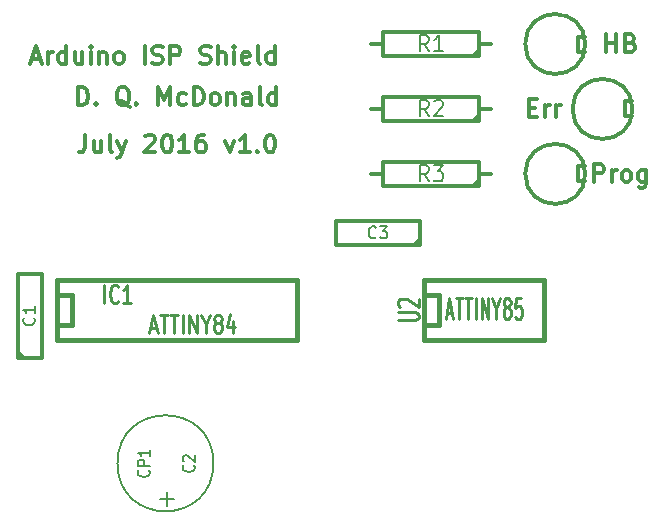
<source format=gto>
%FSLAX34Y34*%
G04 Gerber Fmt 3.4, Leading zero omitted, Abs format*
G04 (created by PCBNEW (2014-02-26 BZR 4721)-product) date Wednesday, 06 July 2016 19:45:04*
%MOIN*%
G01*
G70*
G90*
G04 APERTURE LIST*
%ADD10C,0.005906*%
%ADD11C,0.011811*%
%ADD12C,0.012000*%
%ADD13C,0.008000*%
%ADD14C,0.015000*%
%ADD15C,0.011250*%
%ADD16C,0.010000*%
G04 APERTURE END LIST*
G54D10*
G54D11*
X32170Y-32944D02*
X32170Y-33366D01*
X32142Y-33450D01*
X32086Y-33506D01*
X32002Y-33534D01*
X31946Y-33534D01*
X32705Y-33141D02*
X32705Y-33534D01*
X32452Y-33141D02*
X32452Y-33450D01*
X32480Y-33506D01*
X32536Y-33534D01*
X32620Y-33534D01*
X32677Y-33506D01*
X32705Y-33478D01*
X33070Y-33534D02*
X33014Y-33506D01*
X32986Y-33450D01*
X32986Y-32944D01*
X33239Y-33141D02*
X33380Y-33534D01*
X33520Y-33141D02*
X33380Y-33534D01*
X33323Y-33675D01*
X33295Y-33703D01*
X33239Y-33731D01*
X34167Y-33000D02*
X34195Y-32972D01*
X34251Y-32944D01*
X34392Y-32944D01*
X34448Y-32972D01*
X34476Y-33000D01*
X34505Y-33056D01*
X34505Y-33113D01*
X34476Y-33197D01*
X34139Y-33534D01*
X34505Y-33534D01*
X34870Y-32944D02*
X34926Y-32944D01*
X34983Y-32972D01*
X35011Y-33000D01*
X35039Y-33056D01*
X35067Y-33169D01*
X35067Y-33309D01*
X35039Y-33422D01*
X35011Y-33478D01*
X34983Y-33506D01*
X34926Y-33534D01*
X34870Y-33534D01*
X34814Y-33506D01*
X34786Y-33478D01*
X34758Y-33422D01*
X34730Y-33309D01*
X34730Y-33169D01*
X34758Y-33056D01*
X34786Y-33000D01*
X34814Y-32972D01*
X34870Y-32944D01*
X35629Y-33534D02*
X35292Y-33534D01*
X35461Y-33534D02*
X35461Y-32944D01*
X35404Y-33028D01*
X35348Y-33084D01*
X35292Y-33113D01*
X36136Y-32944D02*
X36023Y-32944D01*
X35967Y-32972D01*
X35939Y-33000D01*
X35883Y-33084D01*
X35854Y-33197D01*
X35854Y-33422D01*
X35883Y-33478D01*
X35911Y-33506D01*
X35967Y-33534D01*
X36079Y-33534D01*
X36136Y-33506D01*
X36164Y-33478D01*
X36192Y-33422D01*
X36192Y-33281D01*
X36164Y-33225D01*
X36136Y-33197D01*
X36079Y-33169D01*
X35967Y-33169D01*
X35911Y-33197D01*
X35883Y-33225D01*
X35854Y-33281D01*
X36839Y-33141D02*
X36979Y-33534D01*
X37120Y-33141D01*
X37654Y-33534D02*
X37317Y-33534D01*
X37485Y-33534D02*
X37485Y-32944D01*
X37429Y-33028D01*
X37373Y-33084D01*
X37317Y-33113D01*
X37907Y-33478D02*
X37935Y-33506D01*
X37907Y-33534D01*
X37879Y-33506D01*
X37907Y-33478D01*
X37907Y-33534D01*
X38301Y-32944D02*
X38357Y-32944D01*
X38413Y-32972D01*
X38442Y-33000D01*
X38470Y-33056D01*
X38498Y-33169D01*
X38498Y-33309D01*
X38470Y-33422D01*
X38442Y-33478D01*
X38413Y-33506D01*
X38357Y-33534D01*
X38301Y-33534D01*
X38245Y-33506D01*
X38217Y-33478D01*
X38188Y-33422D01*
X38160Y-33309D01*
X38160Y-33169D01*
X38188Y-33056D01*
X38217Y-33000D01*
X38245Y-32972D01*
X38301Y-32944D01*
X31931Y-31960D02*
X31931Y-31369D01*
X32072Y-31369D01*
X32156Y-31397D01*
X32213Y-31453D01*
X32241Y-31510D01*
X32269Y-31622D01*
X32269Y-31706D01*
X32241Y-31819D01*
X32213Y-31875D01*
X32156Y-31931D01*
X32072Y-31960D01*
X31931Y-31960D01*
X32522Y-31903D02*
X32550Y-31931D01*
X32522Y-31960D01*
X32494Y-31931D01*
X32522Y-31903D01*
X32522Y-31960D01*
X33647Y-32016D02*
X33591Y-31988D01*
X33534Y-31931D01*
X33450Y-31847D01*
X33394Y-31819D01*
X33338Y-31819D01*
X33366Y-31960D02*
X33309Y-31931D01*
X33253Y-31875D01*
X33225Y-31763D01*
X33225Y-31566D01*
X33253Y-31453D01*
X33309Y-31397D01*
X33366Y-31369D01*
X33478Y-31369D01*
X33534Y-31397D01*
X33591Y-31453D01*
X33619Y-31566D01*
X33619Y-31763D01*
X33591Y-31875D01*
X33534Y-31931D01*
X33478Y-31960D01*
X33366Y-31960D01*
X33872Y-31903D02*
X33900Y-31931D01*
X33872Y-31960D01*
X33844Y-31931D01*
X33872Y-31903D01*
X33872Y-31960D01*
X34603Y-31960D02*
X34603Y-31369D01*
X34800Y-31791D01*
X34997Y-31369D01*
X34997Y-31960D01*
X35531Y-31931D02*
X35475Y-31960D01*
X35362Y-31960D01*
X35306Y-31931D01*
X35278Y-31903D01*
X35250Y-31847D01*
X35250Y-31678D01*
X35278Y-31622D01*
X35306Y-31594D01*
X35362Y-31566D01*
X35475Y-31566D01*
X35531Y-31594D01*
X35784Y-31960D02*
X35784Y-31369D01*
X35925Y-31369D01*
X36009Y-31397D01*
X36065Y-31453D01*
X36093Y-31510D01*
X36122Y-31622D01*
X36122Y-31706D01*
X36093Y-31819D01*
X36065Y-31875D01*
X36009Y-31931D01*
X35925Y-31960D01*
X35784Y-31960D01*
X36459Y-31960D02*
X36403Y-31931D01*
X36375Y-31903D01*
X36347Y-31847D01*
X36347Y-31678D01*
X36375Y-31622D01*
X36403Y-31594D01*
X36459Y-31566D01*
X36543Y-31566D01*
X36600Y-31594D01*
X36628Y-31622D01*
X36656Y-31678D01*
X36656Y-31847D01*
X36628Y-31903D01*
X36600Y-31931D01*
X36543Y-31960D01*
X36459Y-31960D01*
X36909Y-31566D02*
X36909Y-31960D01*
X36909Y-31622D02*
X36937Y-31594D01*
X36993Y-31566D01*
X37078Y-31566D01*
X37134Y-31594D01*
X37162Y-31650D01*
X37162Y-31960D01*
X37696Y-31960D02*
X37696Y-31650D01*
X37668Y-31594D01*
X37612Y-31566D01*
X37500Y-31566D01*
X37443Y-31594D01*
X37696Y-31931D02*
X37640Y-31960D01*
X37500Y-31960D01*
X37443Y-31931D01*
X37415Y-31875D01*
X37415Y-31819D01*
X37443Y-31763D01*
X37500Y-31735D01*
X37640Y-31735D01*
X37696Y-31706D01*
X38062Y-31960D02*
X38006Y-31931D01*
X37978Y-31875D01*
X37978Y-31369D01*
X38540Y-31960D02*
X38540Y-31369D01*
X38540Y-31931D02*
X38484Y-31960D01*
X38371Y-31960D01*
X38315Y-31931D01*
X38287Y-31903D01*
X38259Y-31847D01*
X38259Y-31678D01*
X38287Y-31622D01*
X38315Y-31594D01*
X38371Y-31566D01*
X38484Y-31566D01*
X38540Y-31594D01*
X30385Y-30413D02*
X30666Y-30413D01*
X30329Y-30582D02*
X30525Y-29991D01*
X30722Y-30582D01*
X30919Y-30582D02*
X30919Y-30188D01*
X30919Y-30300D02*
X30947Y-30244D01*
X30975Y-30216D01*
X31032Y-30188D01*
X31088Y-30188D01*
X31538Y-30582D02*
X31538Y-29991D01*
X31538Y-30553D02*
X31482Y-30582D01*
X31369Y-30582D01*
X31313Y-30553D01*
X31285Y-30525D01*
X31257Y-30469D01*
X31257Y-30300D01*
X31285Y-30244D01*
X31313Y-30216D01*
X31369Y-30188D01*
X31482Y-30188D01*
X31538Y-30216D01*
X32072Y-30188D02*
X32072Y-30582D01*
X31819Y-30188D02*
X31819Y-30497D01*
X31847Y-30553D01*
X31903Y-30582D01*
X31988Y-30582D01*
X32044Y-30553D01*
X32072Y-30525D01*
X32353Y-30582D02*
X32353Y-30188D01*
X32353Y-29991D02*
X32325Y-30019D01*
X32353Y-30047D01*
X32381Y-30019D01*
X32353Y-29991D01*
X32353Y-30047D01*
X32634Y-30188D02*
X32634Y-30582D01*
X32634Y-30244D02*
X32663Y-30216D01*
X32719Y-30188D01*
X32803Y-30188D01*
X32859Y-30216D01*
X32888Y-30272D01*
X32888Y-30582D01*
X33253Y-30582D02*
X33197Y-30553D01*
X33169Y-30525D01*
X33141Y-30469D01*
X33141Y-30300D01*
X33169Y-30244D01*
X33197Y-30216D01*
X33253Y-30188D01*
X33338Y-30188D01*
X33394Y-30216D01*
X33422Y-30244D01*
X33450Y-30300D01*
X33450Y-30469D01*
X33422Y-30525D01*
X33394Y-30553D01*
X33338Y-30582D01*
X33253Y-30582D01*
X34153Y-30582D02*
X34153Y-29991D01*
X34406Y-30553D02*
X34491Y-30582D01*
X34631Y-30582D01*
X34687Y-30553D01*
X34715Y-30525D01*
X34744Y-30469D01*
X34744Y-30413D01*
X34715Y-30357D01*
X34687Y-30329D01*
X34631Y-30300D01*
X34519Y-30272D01*
X34462Y-30244D01*
X34434Y-30216D01*
X34406Y-30160D01*
X34406Y-30104D01*
X34434Y-30047D01*
X34462Y-30019D01*
X34519Y-29991D01*
X34659Y-29991D01*
X34744Y-30019D01*
X34997Y-30582D02*
X34997Y-29991D01*
X35222Y-29991D01*
X35278Y-30019D01*
X35306Y-30047D01*
X35334Y-30104D01*
X35334Y-30188D01*
X35306Y-30244D01*
X35278Y-30272D01*
X35222Y-30300D01*
X34997Y-30300D01*
X36009Y-30553D02*
X36093Y-30582D01*
X36234Y-30582D01*
X36290Y-30553D01*
X36318Y-30525D01*
X36347Y-30469D01*
X36347Y-30413D01*
X36318Y-30357D01*
X36290Y-30329D01*
X36234Y-30300D01*
X36122Y-30272D01*
X36065Y-30244D01*
X36037Y-30216D01*
X36009Y-30160D01*
X36009Y-30104D01*
X36037Y-30047D01*
X36065Y-30019D01*
X36122Y-29991D01*
X36262Y-29991D01*
X36347Y-30019D01*
X36600Y-30582D02*
X36600Y-29991D01*
X36853Y-30582D02*
X36853Y-30272D01*
X36825Y-30216D01*
X36768Y-30188D01*
X36684Y-30188D01*
X36628Y-30216D01*
X36600Y-30244D01*
X37134Y-30582D02*
X37134Y-30188D01*
X37134Y-29991D02*
X37106Y-30019D01*
X37134Y-30047D01*
X37162Y-30019D01*
X37134Y-29991D01*
X37134Y-30047D01*
X37640Y-30553D02*
X37584Y-30582D01*
X37471Y-30582D01*
X37415Y-30553D01*
X37387Y-30497D01*
X37387Y-30272D01*
X37415Y-30216D01*
X37471Y-30188D01*
X37584Y-30188D01*
X37640Y-30216D01*
X37668Y-30272D01*
X37668Y-30329D01*
X37387Y-30385D01*
X38006Y-30582D02*
X37949Y-30553D01*
X37921Y-30497D01*
X37921Y-29991D01*
X38484Y-30582D02*
X38484Y-29991D01*
X38484Y-30553D02*
X38428Y-30582D01*
X38315Y-30582D01*
X38259Y-30553D01*
X38231Y-30525D01*
X38203Y-30469D01*
X38203Y-30300D01*
X38231Y-30244D01*
X38259Y-30216D01*
X38315Y-30188D01*
X38428Y-30188D01*
X38484Y-30216D01*
X49128Y-34519D02*
X49128Y-33928D01*
X49353Y-33928D01*
X49409Y-33956D01*
X49437Y-33984D01*
X49465Y-34041D01*
X49465Y-34125D01*
X49437Y-34181D01*
X49409Y-34209D01*
X49353Y-34237D01*
X49128Y-34237D01*
X49718Y-34519D02*
X49718Y-34125D01*
X49718Y-34237D02*
X49746Y-34181D01*
X49775Y-34153D01*
X49831Y-34125D01*
X49887Y-34125D01*
X50168Y-34519D02*
X50112Y-34491D01*
X50084Y-34462D01*
X50056Y-34406D01*
X50056Y-34237D01*
X50084Y-34181D01*
X50112Y-34153D01*
X50168Y-34125D01*
X50253Y-34125D01*
X50309Y-34153D01*
X50337Y-34181D01*
X50365Y-34237D01*
X50365Y-34406D01*
X50337Y-34462D01*
X50309Y-34491D01*
X50253Y-34519D01*
X50168Y-34519D01*
X50871Y-34125D02*
X50871Y-34603D01*
X50843Y-34659D01*
X50815Y-34687D01*
X50759Y-34715D01*
X50674Y-34715D01*
X50618Y-34687D01*
X50871Y-34491D02*
X50815Y-34519D01*
X50703Y-34519D01*
X50646Y-34491D01*
X50618Y-34462D01*
X50590Y-34406D01*
X50590Y-34237D01*
X50618Y-34181D01*
X50646Y-34153D01*
X50703Y-34125D01*
X50815Y-34125D01*
X50871Y-34153D01*
X46948Y-32044D02*
X47145Y-32044D01*
X47230Y-32353D02*
X46948Y-32353D01*
X46948Y-31763D01*
X47230Y-31763D01*
X47483Y-32353D02*
X47483Y-31960D01*
X47483Y-32072D02*
X47511Y-32016D01*
X47539Y-31988D01*
X47595Y-31960D01*
X47651Y-31960D01*
X47848Y-32353D02*
X47848Y-31960D01*
X47848Y-32072D02*
X47876Y-32016D01*
X47904Y-31988D01*
X47961Y-31960D01*
X48017Y-31960D01*
X49535Y-30188D02*
X49535Y-29597D01*
X49535Y-29879D02*
X49873Y-29879D01*
X49873Y-30188D02*
X49873Y-29597D01*
X50351Y-29879D02*
X50435Y-29907D01*
X50464Y-29935D01*
X50492Y-29991D01*
X50492Y-30075D01*
X50464Y-30132D01*
X50435Y-30160D01*
X50379Y-30188D01*
X50154Y-30188D01*
X50154Y-29597D01*
X50351Y-29597D01*
X50407Y-29625D01*
X50435Y-29654D01*
X50464Y-29710D01*
X50464Y-29766D01*
X50435Y-29822D01*
X50407Y-29850D01*
X50351Y-29879D01*
X50154Y-29879D01*
G54D12*
X29914Y-40376D02*
X29914Y-37576D01*
X29914Y-37576D02*
X30714Y-37576D01*
X30714Y-37576D02*
X30714Y-40376D01*
X30714Y-40376D02*
X29914Y-40376D01*
X30114Y-40376D02*
X29914Y-40176D01*
G54D13*
X36442Y-43897D02*
G75*
G03X36442Y-43897I-1600J0D01*
G74*
G01*
G54D12*
X43329Y-36620D02*
X40529Y-36620D01*
X40529Y-36620D02*
X40529Y-35820D01*
X40529Y-35820D02*
X43329Y-35820D01*
X43329Y-35820D02*
X43329Y-36620D01*
X43329Y-36420D02*
X43129Y-36620D01*
X48834Y-29921D02*
G75*
G03X48834Y-29921I-1000J0D01*
G74*
G01*
X48834Y-29671D02*
X48584Y-29671D01*
X48584Y-29671D02*
X48584Y-30171D01*
X48584Y-30171D02*
X48834Y-30171D01*
X50409Y-32086D02*
G75*
G03X50409Y-32086I-1000J0D01*
G74*
G01*
X50409Y-31836D02*
X50159Y-31836D01*
X50159Y-31836D02*
X50159Y-32336D01*
X50159Y-32336D02*
X50409Y-32336D01*
X48834Y-34251D02*
G75*
G03X48834Y-34251I-1000J0D01*
G74*
G01*
X48834Y-34001D02*
X48584Y-34001D01*
X48584Y-34001D02*
X48584Y-34501D01*
X48584Y-34501D02*
X48834Y-34501D01*
G54D14*
X31236Y-37779D02*
X39236Y-37779D01*
X39236Y-39779D02*
X31236Y-39779D01*
X31236Y-39779D02*
X31236Y-37779D01*
X31236Y-38279D02*
X31736Y-38279D01*
X31736Y-38279D02*
X31736Y-39279D01*
X31736Y-39279D02*
X31236Y-39279D01*
X39236Y-37779D02*
X39236Y-39779D01*
G54D12*
X45700Y-29921D02*
X45300Y-29921D01*
X45300Y-29921D02*
X45300Y-30321D01*
X45300Y-30321D02*
X42100Y-30321D01*
X42100Y-30321D02*
X42100Y-29521D01*
X42100Y-29521D02*
X45300Y-29521D01*
X45300Y-29521D02*
X45300Y-29921D01*
X45300Y-30121D02*
X45100Y-30321D01*
X41700Y-29921D02*
X42100Y-29921D01*
X45700Y-32086D02*
X45300Y-32086D01*
X45300Y-32086D02*
X45300Y-32486D01*
X45300Y-32486D02*
X42100Y-32486D01*
X42100Y-32486D02*
X42100Y-31686D01*
X42100Y-31686D02*
X45300Y-31686D01*
X45300Y-31686D02*
X45300Y-32086D01*
X45300Y-32286D02*
X45100Y-32486D01*
X41700Y-32086D02*
X42100Y-32086D01*
X45700Y-34251D02*
X45300Y-34251D01*
X45300Y-34251D02*
X45300Y-34651D01*
X45300Y-34651D02*
X42100Y-34651D01*
X42100Y-34651D02*
X42100Y-33851D01*
X42100Y-33851D02*
X45300Y-33851D01*
X45300Y-33851D02*
X45300Y-34251D01*
X45300Y-34451D02*
X45100Y-34651D01*
X41700Y-34251D02*
X42100Y-34251D01*
G54D14*
X43472Y-38279D02*
X43972Y-38279D01*
X43972Y-38279D02*
X43972Y-39279D01*
X43972Y-39279D02*
X43472Y-39279D01*
X43472Y-37779D02*
X47472Y-37779D01*
X47472Y-37779D02*
X47472Y-39779D01*
X47472Y-39779D02*
X43472Y-39779D01*
X43472Y-39779D02*
X43472Y-37779D01*
G54D13*
X30457Y-39043D02*
X30476Y-39062D01*
X30495Y-39119D01*
X30495Y-39157D01*
X30476Y-39214D01*
X30438Y-39252D01*
X30400Y-39271D01*
X30324Y-39290D01*
X30267Y-39290D01*
X30191Y-39271D01*
X30153Y-39252D01*
X30114Y-39214D01*
X30095Y-39157D01*
X30095Y-39119D01*
X30114Y-39062D01*
X30134Y-39043D01*
X30495Y-38662D02*
X30495Y-38890D01*
X30495Y-38776D02*
X30095Y-38776D01*
X30153Y-38814D01*
X30191Y-38852D01*
X30210Y-38890D01*
X35785Y-43955D02*
X35804Y-43972D01*
X35823Y-44022D01*
X35823Y-44055D01*
X35804Y-44105D01*
X35766Y-44139D01*
X35728Y-44155D01*
X35652Y-44172D01*
X35594Y-44172D01*
X35518Y-44155D01*
X35480Y-44139D01*
X35442Y-44105D01*
X35423Y-44055D01*
X35423Y-44022D01*
X35442Y-43972D01*
X35461Y-43955D01*
X35461Y-43822D02*
X35442Y-43805D01*
X35423Y-43772D01*
X35423Y-43689D01*
X35442Y-43655D01*
X35461Y-43639D01*
X35499Y-43622D01*
X35537Y-43622D01*
X35594Y-43639D01*
X35823Y-43839D01*
X35823Y-43622D01*
X34286Y-44130D02*
X34305Y-44147D01*
X34324Y-44197D01*
X34324Y-44230D01*
X34305Y-44280D01*
X34267Y-44314D01*
X34229Y-44330D01*
X34153Y-44347D01*
X34095Y-44347D01*
X34019Y-44330D01*
X33981Y-44314D01*
X33943Y-44280D01*
X33924Y-44230D01*
X33924Y-44197D01*
X33943Y-44147D01*
X33962Y-44130D01*
X34324Y-43980D02*
X33924Y-43980D01*
X33924Y-43847D01*
X33943Y-43814D01*
X33962Y-43797D01*
X34000Y-43780D01*
X34057Y-43780D01*
X34095Y-43797D01*
X34114Y-43814D01*
X34133Y-43847D01*
X34133Y-43980D01*
X34324Y-43447D02*
X34324Y-43647D01*
X34324Y-43547D02*
X33924Y-43547D01*
X33981Y-43580D01*
X34019Y-43614D01*
X34038Y-43647D01*
X34885Y-45325D02*
X34885Y-44868D01*
X35113Y-45096D02*
X34656Y-45096D01*
X41862Y-36363D02*
X41843Y-36382D01*
X41786Y-36401D01*
X41748Y-36401D01*
X41691Y-36382D01*
X41652Y-36344D01*
X41633Y-36306D01*
X41614Y-36229D01*
X41614Y-36172D01*
X41633Y-36096D01*
X41652Y-36058D01*
X41691Y-36020D01*
X41748Y-36001D01*
X41786Y-36001D01*
X41843Y-36020D01*
X41862Y-36039D01*
X41995Y-36001D02*
X42243Y-36001D01*
X42110Y-36153D01*
X42167Y-36153D01*
X42205Y-36172D01*
X42224Y-36191D01*
X42243Y-36229D01*
X42243Y-36325D01*
X42224Y-36363D01*
X42205Y-36382D01*
X42167Y-36401D01*
X42052Y-36401D01*
X42014Y-36382D01*
X41995Y-36363D01*
G54D15*
X32796Y-38550D02*
X32796Y-37950D01*
X33268Y-38493D02*
X33246Y-38522D01*
X33182Y-38550D01*
X33139Y-38550D01*
X33075Y-38522D01*
X33032Y-38465D01*
X33011Y-38408D01*
X32989Y-38293D01*
X32989Y-38208D01*
X33011Y-38093D01*
X33032Y-38036D01*
X33075Y-37979D01*
X33139Y-37950D01*
X33182Y-37950D01*
X33246Y-37979D01*
X33268Y-38008D01*
X33696Y-38550D02*
X33439Y-38550D01*
X33568Y-38550D02*
X33568Y-37950D01*
X33525Y-38036D01*
X33482Y-38093D01*
X33439Y-38122D01*
G54D12*
G54D15*
X34321Y-39379D02*
X34536Y-39379D01*
X34279Y-39550D02*
X34429Y-38950D01*
X34579Y-39550D01*
X34664Y-38950D02*
X34921Y-38950D01*
X34793Y-39550D02*
X34793Y-38950D01*
X35007Y-38950D02*
X35264Y-38950D01*
X35136Y-39550D02*
X35136Y-38950D01*
X35414Y-39550D02*
X35414Y-38950D01*
X35629Y-39550D02*
X35629Y-38950D01*
X35886Y-39550D01*
X35886Y-38950D01*
X36186Y-39265D02*
X36186Y-39550D01*
X36036Y-38950D02*
X36186Y-39265D01*
X36336Y-38950D01*
X36550Y-39208D02*
X36507Y-39179D01*
X36486Y-39150D01*
X36464Y-39093D01*
X36464Y-39065D01*
X36486Y-39008D01*
X36507Y-38979D01*
X36550Y-38950D01*
X36636Y-38950D01*
X36679Y-38979D01*
X36700Y-39008D01*
X36721Y-39065D01*
X36721Y-39093D01*
X36700Y-39150D01*
X36679Y-39179D01*
X36636Y-39208D01*
X36550Y-39208D01*
X36507Y-39236D01*
X36486Y-39265D01*
X36464Y-39322D01*
X36464Y-39436D01*
X36486Y-39493D01*
X36507Y-39522D01*
X36550Y-39550D01*
X36636Y-39550D01*
X36679Y-39522D01*
X36700Y-39493D01*
X36721Y-39436D01*
X36721Y-39322D01*
X36700Y-39265D01*
X36679Y-39236D01*
X36636Y-39208D01*
X37107Y-39150D02*
X37107Y-39550D01*
X37000Y-38922D02*
X36893Y-39350D01*
X37171Y-39350D01*
G54D13*
X43617Y-30170D02*
X43450Y-29908D01*
X43331Y-30170D02*
X43331Y-29620D01*
X43522Y-29620D01*
X43569Y-29646D01*
X43593Y-29672D01*
X43617Y-29724D01*
X43617Y-29803D01*
X43593Y-29855D01*
X43569Y-29881D01*
X43522Y-29908D01*
X43331Y-29908D01*
X44093Y-30170D02*
X43807Y-30170D01*
X43950Y-30170D02*
X43950Y-29620D01*
X43903Y-29698D01*
X43855Y-29751D01*
X43807Y-29777D01*
X43617Y-32335D02*
X43450Y-32073D01*
X43331Y-32335D02*
X43331Y-31785D01*
X43522Y-31785D01*
X43569Y-31811D01*
X43593Y-31837D01*
X43617Y-31890D01*
X43617Y-31968D01*
X43593Y-32021D01*
X43569Y-32047D01*
X43522Y-32073D01*
X43331Y-32073D01*
X43807Y-31837D02*
X43831Y-31811D01*
X43879Y-31785D01*
X43998Y-31785D01*
X44046Y-31811D01*
X44069Y-31837D01*
X44093Y-31890D01*
X44093Y-31942D01*
X44069Y-32021D01*
X43784Y-32335D01*
X44093Y-32335D01*
X43617Y-34500D02*
X43450Y-34238D01*
X43331Y-34500D02*
X43331Y-33950D01*
X43522Y-33950D01*
X43569Y-33976D01*
X43593Y-34003D01*
X43617Y-34055D01*
X43617Y-34134D01*
X43593Y-34186D01*
X43569Y-34212D01*
X43522Y-34238D01*
X43331Y-34238D01*
X43784Y-33950D02*
X44093Y-33950D01*
X43926Y-34160D01*
X43998Y-34160D01*
X44046Y-34186D01*
X44069Y-34212D01*
X44093Y-34265D01*
X44093Y-34396D01*
X44069Y-34448D01*
X44046Y-34474D01*
X43998Y-34500D01*
X43855Y-34500D01*
X43807Y-34474D01*
X43784Y-34448D01*
G54D15*
X42589Y-39122D02*
X43155Y-39122D01*
X43222Y-39100D01*
X43255Y-39079D01*
X43289Y-39036D01*
X43289Y-38950D01*
X43255Y-38908D01*
X43222Y-38886D01*
X43155Y-38865D01*
X42589Y-38865D01*
X42655Y-38672D02*
X42622Y-38650D01*
X42589Y-38608D01*
X42589Y-38500D01*
X42622Y-38458D01*
X42655Y-38436D01*
X42722Y-38415D01*
X42789Y-38415D01*
X42889Y-38436D01*
X43289Y-38693D01*
X43289Y-38415D01*
G54D12*
G54D16*
X44215Y-38896D02*
X44405Y-38896D01*
X44177Y-39096D02*
X44310Y-38396D01*
X44443Y-39096D01*
X44520Y-38396D02*
X44748Y-38396D01*
X44634Y-39096D02*
X44634Y-38396D01*
X44824Y-38396D02*
X45053Y-38396D01*
X44939Y-39096D02*
X44939Y-38396D01*
X45186Y-39096D02*
X45186Y-38396D01*
X45377Y-39096D02*
X45377Y-38396D01*
X45605Y-39096D01*
X45605Y-38396D01*
X45872Y-38762D02*
X45872Y-39096D01*
X45739Y-38396D02*
X45872Y-38762D01*
X46005Y-38396D01*
X46196Y-38696D02*
X46158Y-38662D01*
X46139Y-38629D01*
X46120Y-38562D01*
X46120Y-38529D01*
X46139Y-38462D01*
X46158Y-38429D01*
X46196Y-38396D01*
X46272Y-38396D01*
X46310Y-38429D01*
X46329Y-38462D01*
X46348Y-38529D01*
X46348Y-38562D01*
X46329Y-38629D01*
X46310Y-38662D01*
X46272Y-38696D01*
X46196Y-38696D01*
X46158Y-38729D01*
X46139Y-38762D01*
X46120Y-38829D01*
X46120Y-38962D01*
X46139Y-39029D01*
X46158Y-39062D01*
X46196Y-39096D01*
X46272Y-39096D01*
X46310Y-39062D01*
X46329Y-39029D01*
X46348Y-38962D01*
X46348Y-38829D01*
X46329Y-38762D01*
X46310Y-38729D01*
X46272Y-38696D01*
X46710Y-38396D02*
X46520Y-38396D01*
X46501Y-38729D01*
X46520Y-38696D01*
X46558Y-38662D01*
X46653Y-38662D01*
X46691Y-38696D01*
X46710Y-38729D01*
X46729Y-38796D01*
X46729Y-38962D01*
X46710Y-39029D01*
X46691Y-39062D01*
X46653Y-39096D01*
X46558Y-39096D01*
X46520Y-39062D01*
X46501Y-39029D01*
M02*

</source>
